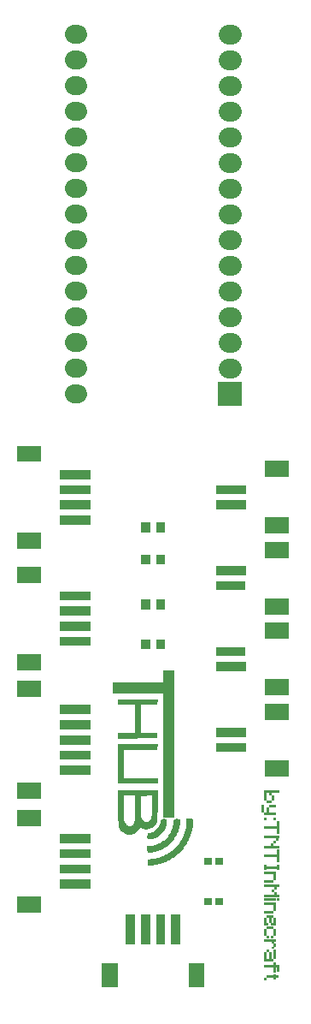
<source format=gts>
G04 Layer: TopSolderMaskLayer*
G04 EasyEDA v6.4.25, 2021-11-07T18:49:49+08:00*
G04 d23bd0d7be1842068ba5471e3ed9ef93,bf42d0b733a240ea811a95ecb7acc88b,10*
G04 Gerber Generator version 0.2*
G04 Scale: 100 percent, Rotated: No, Reflected: No *
G04 Dimensions in millimeters *
G04 leading zeros omitted , absolute positions ,4 integer and 5 decimal *
%FSLAX45Y45*%
%MOMM*%

%ADD26C,1.9812*%
%ADD27C,1.9032*%
%ADD28R,3.0016X0.9016*%
%ADD31R,1.6016X2.4016*%

%LPD*%
G36*
X2300935Y3484727D02*
G01*
X2300935Y3372612D01*
X1799996Y3372612D01*
X1799996Y3260445D01*
X2300935Y3260445D01*
X2300935Y2034235D01*
X2413101Y2034235D01*
X2413101Y3484727D01*
G37*
G36*
X1852320Y3200603D02*
G01*
X1852320Y3148279D01*
X2024278Y3148279D01*
X2024278Y2872130D01*
X1856079Y2867914D01*
X1851406Y2811576D01*
X2244852Y2815590D01*
X2244852Y2867914D01*
X2076653Y2872130D01*
X2076653Y3147822D01*
X2244852Y3152038D01*
X2249525Y3200603D01*
G37*
G36*
X1852320Y2759506D02*
G01*
X1852320Y2370683D01*
X2248611Y2370683D01*
X2248611Y2423058D01*
X1912162Y2423058D01*
X1912162Y2699410D01*
X2244852Y2703423D01*
X2249525Y2759506D01*
G37*
G36*
X1851355Y2303424D02*
G01*
X1852039Y2251100D01*
X2025243Y2251100D01*
X2023028Y2127554D01*
X2080361Y2127554D01*
X2080361Y2247341D01*
X2188768Y2251710D01*
X2188616Y2107539D01*
X2188260Y2087676D01*
X2187651Y2071268D01*
X2186736Y2057755D01*
X2185466Y2046681D01*
X2183790Y2037537D01*
X2181606Y2029764D01*
X2178862Y2022906D01*
X2175560Y2016455D01*
X2169160Y2006244D01*
X2165045Y2000707D01*
X2161082Y1996490D01*
X2157018Y1993493D01*
X2152599Y1991563D01*
X2147671Y1990547D01*
X2141931Y1990343D01*
X2135124Y1990801D01*
X2129536Y1991664D01*
X2124049Y1993188D01*
X2118766Y1995271D01*
X2113737Y1997913D01*
X2108911Y2001164D01*
X2104339Y2004974D01*
X2100072Y2009343D01*
X2096058Y2014220D01*
X2092198Y2019807D01*
X2088997Y2025548D01*
X2086406Y2031949D01*
X2084425Y2039569D01*
X2082901Y2048916D01*
X2081784Y2060600D01*
X2081072Y2075129D01*
X2080361Y2127554D01*
X2023028Y2127554D01*
X2021535Y2059228D01*
X2020011Y2025700D01*
X2019046Y2013102D01*
X2017775Y2002789D01*
X2016302Y1994357D01*
X2014423Y1987448D01*
X2012238Y1981606D01*
X2009597Y1976526D01*
X2006549Y1971751D01*
X2000453Y1964029D01*
X1995932Y1959406D01*
X1991258Y1955596D01*
X1986483Y1952498D01*
X1981657Y1950161D01*
X1976780Y1948586D01*
X1971802Y1947722D01*
X1966823Y1947621D01*
X1961896Y1948281D01*
X1956968Y1949704D01*
X1952091Y1951837D01*
X1947265Y1954733D01*
X1942592Y1958339D01*
X1937969Y1962708D01*
X1933549Y1967839D01*
X1927352Y1976577D01*
X1923897Y1982165D01*
X1921002Y1987804D01*
X1918665Y1993849D01*
X1916734Y2000757D01*
X1915261Y2008987D01*
X1914143Y2019046D01*
X1913280Y2031238D01*
X1912721Y2046071D01*
X1912213Y2085390D01*
X1912162Y2251100D01*
X1852039Y2251100D01*
X1854250Y2081936D01*
X1855012Y2038197D01*
X1856130Y2002637D01*
X1856892Y1987550D01*
X1857857Y1974088D01*
X1858975Y1962150D01*
X1860397Y1951583D01*
X1862074Y1942185D01*
X1864055Y1933956D01*
X1866442Y1926640D01*
X1869135Y1920138D01*
X1872284Y1914347D01*
X1875840Y1909064D01*
X1879854Y1904238D01*
X1884425Y1899716D01*
X1889506Y1895297D01*
X1901443Y1886407D01*
X1916988Y1875993D01*
X1922119Y1873199D01*
X1927352Y1870760D01*
X1932736Y1868678D01*
X1938223Y1866950D01*
X1943811Y1865528D01*
X1949500Y1864461D01*
X1955241Y1863699D01*
X1966823Y1863140D01*
X1978507Y1863902D01*
X1984349Y1864715D01*
X1995830Y1867306D01*
X2001520Y1869033D01*
X2007107Y1871065D01*
X2012594Y1873402D01*
X2017928Y1875993D01*
X2023160Y1878888D01*
X2028240Y1882089D01*
X2033168Y1885543D01*
X2037892Y1889252D01*
X2042464Y1893214D01*
X2046782Y1897481D01*
X2050846Y1902002D01*
X2054707Y1906778D01*
X2063343Y1919274D01*
X2067509Y1924761D01*
X2071166Y1928469D01*
X2074672Y1930450D01*
X2078380Y1930857D01*
X2082800Y1929892D01*
X2088235Y1927555D01*
X2099564Y1921916D01*
X2104186Y1920036D01*
X2108860Y1918512D01*
X2113686Y1917242D01*
X2118563Y1916328D01*
X2123490Y1915668D01*
X2128469Y1915312D01*
X2133549Y1915261D01*
X2143760Y1916023D01*
X2154072Y1917903D01*
X2159203Y1919224D01*
X2169464Y1922729D01*
X2179574Y1927250D01*
X2189530Y1932838D01*
X2199132Y1939391D01*
X2203856Y1943049D01*
X2212898Y1951075D01*
X2217267Y1955393D01*
X2225548Y1964791D01*
X2230932Y1971852D01*
X2233574Y1975916D01*
X2235911Y1980285D01*
X2237892Y1985264D01*
X2239619Y1991055D01*
X2241092Y1998065D01*
X2242312Y2006549D01*
X2243378Y2016810D01*
X2244242Y2029104D01*
X2245614Y2061108D01*
X2246630Y2104898D01*
X2249932Y2303424D01*
G37*
G36*
X2309266Y2019300D02*
G01*
X2300020Y2019198D01*
X2292908Y2018690D01*
X2287524Y2017471D01*
X2283612Y2015286D01*
X2280716Y2011883D01*
X2278583Y2006904D01*
X2276805Y2000148D01*
X2273655Y1985060D01*
X2271623Y1978202D01*
X2268982Y1970836D01*
X2265883Y1963318D01*
X2262479Y1955749D01*
X2258771Y1948434D01*
X2254910Y1941575D01*
X2250998Y1935429D01*
X2248001Y1931365D01*
X2244547Y1927250D01*
X2236470Y1919020D01*
X2227224Y1910943D01*
X2217064Y1903272D01*
X2206345Y1896211D01*
X2195423Y1889963D01*
X2184603Y1884680D01*
X2174290Y1880717D01*
X2169464Y1879244D01*
X2164842Y1878126D01*
X2160524Y1877466D01*
X2153208Y1876907D01*
X2150465Y1875789D01*
X2148281Y1873859D01*
X2146604Y1870913D01*
X2145334Y1866950D01*
X2144522Y1861718D01*
X2144064Y1855216D01*
X2143912Y1847342D01*
X2144014Y1838198D01*
X2144471Y1831136D01*
X2145436Y1825853D01*
X2147011Y1822145D01*
X2149500Y1819706D01*
X2152954Y1818233D01*
X2157628Y1817573D01*
X2168906Y1817522D01*
X2179523Y1818436D01*
X2190140Y1820214D01*
X2200706Y1822856D01*
X2211171Y1826209D01*
X2221484Y1830374D01*
X2231644Y1835200D01*
X2241600Y1840738D01*
X2251303Y1846834D01*
X2260701Y1853590D01*
X2269744Y1860854D01*
X2278430Y1868576D01*
X2286660Y1876806D01*
X2294483Y1885442D01*
X2301798Y1894484D01*
X2308555Y1903831D01*
X2314702Y1913483D01*
X2320239Y1923389D01*
X2325116Y1933549D01*
X2329332Y1943811D01*
X2332736Y1954275D01*
X2335377Y1964791D01*
X2337206Y1975357D01*
X2338120Y1985975D01*
X2338222Y2000402D01*
X2337765Y2007311D01*
X2336647Y2012238D01*
X2334514Y2015642D01*
X2331008Y2017725D01*
X2325878Y2018792D01*
X2318715Y2019249D01*
G37*
G36*
X2434285Y2019300D02*
G01*
X2425395Y2019198D01*
X2418537Y2018741D01*
X2413508Y2017775D01*
X2409952Y2015998D01*
X2407666Y2013356D01*
X2406345Y2009546D01*
X2405735Y2004364D01*
X2405481Y1994306D01*
X2404414Y1985365D01*
X2402433Y1974189D01*
X2399741Y1961438D01*
X2396337Y1947773D01*
X2392527Y1933854D01*
X2388666Y1921459D01*
X2384602Y1910435D01*
X2379929Y1899615D01*
X2374696Y1888998D01*
X2368905Y1878634D01*
X2362606Y1868525D01*
X2355850Y1858670D01*
X2348585Y1849120D01*
X2340864Y1839874D01*
X2332736Y1830984D01*
X2324201Y1822450D01*
X2315311Y1814271D01*
X2306066Y1806549D01*
X2296515Y1799183D01*
X2286609Y1792274D01*
X2276500Y1785874D01*
X2266086Y1779879D01*
X2255469Y1774443D01*
X2244648Y1769516D01*
X2233676Y1765096D01*
X2222550Y1761286D01*
X2211273Y1758035D01*
X2199894Y1755393D01*
X2188464Y1753412D01*
X2143912Y1748028D01*
X2144115Y1702968D01*
X2144522Y1697989D01*
X2145284Y1693773D01*
X2146452Y1690319D01*
X2148128Y1687626D01*
X2150516Y1685594D01*
X2153615Y1684274D01*
X2157526Y1683562D01*
X2162403Y1683461D01*
X2168296Y1683969D01*
X2183688Y1686560D01*
X2204415Y1691182D01*
X2223871Y1695805D01*
X2236978Y1699260D01*
X2249322Y1702968D01*
X2261108Y1706930D01*
X2272334Y1711248D01*
X2283104Y1715973D01*
X2293569Y1721104D01*
X2303780Y1726742D01*
X2313787Y1732940D01*
X2323744Y1739696D01*
X2333701Y1747062D01*
X2343810Y1755139D01*
X2354072Y1763928D01*
X2364638Y1773529D01*
X2374544Y1783029D01*
X2383282Y1792071D01*
X2391664Y1801469D01*
X2399741Y1811274D01*
X2407462Y1821383D01*
X2414778Y1831695D01*
X2421636Y1842312D01*
X2428138Y1853031D01*
X2434132Y1863902D01*
X2439619Y1874824D01*
X2444648Y1885848D01*
X2449068Y1896821D01*
X2452979Y1907743D01*
X2456281Y1918563D01*
X2458974Y1929231D01*
X2461056Y1939747D01*
X2465933Y1973021D01*
X2469489Y1993900D01*
X2470353Y2000351D01*
X2470302Y2006396D01*
X2469438Y2011324D01*
X2467762Y2014474D01*
X2463647Y2016353D01*
X2455926Y2017877D01*
X2445766Y2018893D01*
G37*
G36*
X2532735Y2019300D02*
G01*
X2532634Y1981911D01*
X2531922Y1970532D01*
X2530551Y1958339D01*
X2528519Y1945538D01*
X2525928Y1932228D01*
X2522829Y1918614D01*
X2519172Y1904847D01*
X2515108Y1891131D01*
X2510637Y1877517D01*
X2505760Y1864258D01*
X2500579Y1851507D01*
X2495092Y1839417D01*
X2489504Y1828342D01*
X2483764Y1817878D01*
X2477668Y1807565D01*
X2471267Y1797507D01*
X2464511Y1787601D01*
X2457500Y1777949D01*
X2450185Y1768551D01*
X2442565Y1759356D01*
X2434691Y1750364D01*
X2426563Y1741678D01*
X2418130Y1733194D01*
X2409494Y1725015D01*
X2400604Y1717039D01*
X2391460Y1709369D01*
X2382113Y1702003D01*
X2372563Y1694891D01*
X2362809Y1688084D01*
X2352852Y1681530D01*
X2342743Y1675333D01*
X2332431Y1669440D01*
X2321966Y1663852D01*
X2311298Y1658569D01*
X2300528Y1653590D01*
X2289606Y1649018D01*
X2278583Y1644751D01*
X2267407Y1640839D01*
X2256129Y1637233D01*
X2244750Y1634032D01*
X2233269Y1631238D01*
X2221738Y1628749D01*
X2210104Y1626666D01*
X2198370Y1624990D01*
X2147671Y1619300D01*
X2144725Y1577594D01*
X2144572Y1569974D01*
X2145030Y1564335D01*
X2146300Y1560423D01*
X2148484Y1557934D01*
X2151837Y1556512D01*
X2156460Y1555902D01*
X2165654Y1555851D01*
X2174595Y1556664D01*
X2186432Y1558239D01*
X2200351Y1560372D01*
X2215642Y1563014D01*
X2239568Y1567586D01*
X2251862Y1570329D01*
X2264105Y1573428D01*
X2276195Y1576832D01*
X2288184Y1580642D01*
X2300071Y1584756D01*
X2311857Y1589227D01*
X2323439Y1594002D01*
X2334920Y1599133D01*
X2346248Y1604568D01*
X2357424Y1610309D01*
X2368448Y1616354D01*
X2379268Y1622704D01*
X2389886Y1629359D01*
X2400350Y1636318D01*
X2410612Y1643532D01*
X2420670Y1651000D01*
X2430526Y1658772D01*
X2440127Y1666748D01*
X2449474Y1675028D01*
X2458618Y1683562D01*
X2467508Y1692351D01*
X2476195Y1701342D01*
X2484577Y1710588D01*
X2492654Y1720037D01*
X2500477Y1729689D01*
X2508046Y1739595D01*
X2515260Y1749704D01*
X2522220Y1760016D01*
X2528874Y1770532D01*
X2535174Y1781200D01*
X2541168Y1792071D01*
X2546858Y1803095D01*
X2552395Y1814830D01*
X2557780Y1826971D01*
X2562910Y1839417D01*
X2567838Y1852066D01*
X2572461Y1864918D01*
X2576830Y1877872D01*
X2580894Y1890826D01*
X2584602Y1903679D01*
X2587955Y1916430D01*
X2590952Y1928926D01*
X2593543Y1941118D01*
X2595727Y1952955D01*
X2597454Y1964334D01*
X2598775Y1975205D01*
X2599588Y1985467D01*
X2599893Y1995017D01*
X2599842Y2002891D01*
X2599334Y2008835D01*
X2598013Y2013153D01*
X2595524Y2016099D01*
X2591511Y2017877D01*
X2585516Y2018842D01*
X2577287Y2019249D01*
G37*
G36*
X3302000Y2298700D02*
G01*
X3302000Y2197100D01*
X3327400Y2197100D01*
X3327400Y2273300D01*
X3352800Y2273300D01*
X3352800Y2247900D01*
X3378200Y2247900D01*
X3378200Y2273300D01*
X3454400Y2273300D01*
X3454400Y2298700D01*
G37*
G36*
X3378200Y2247900D02*
G01*
X3378200Y2197100D01*
X3403600Y2197100D01*
X3403600Y2247900D01*
G37*
G36*
X3327400Y2197100D02*
G01*
X3327400Y2171700D01*
X3378200Y2171700D01*
X3378200Y2197100D01*
G37*
G36*
X3352800Y2159000D02*
G01*
X3352800Y2133600D01*
X3416300Y2133600D01*
X3416300Y2159000D01*
G37*
G36*
X3276600Y2159000D02*
G01*
X3276600Y2082800D01*
X3302000Y2082800D01*
X3302000Y2159000D01*
G37*
G36*
X3327400Y2133600D02*
G01*
X3327400Y2082800D01*
X3302000Y2082800D01*
X3302000Y2057400D01*
X3416300Y2057400D01*
X3416300Y2082800D01*
X3352800Y2082800D01*
X3352800Y2133600D01*
G37*
G36*
X3390900Y2032000D02*
G01*
X3390900Y2006600D01*
X3416300Y2006600D01*
X3416300Y2032000D01*
G37*
G36*
X3302000Y2032000D02*
G01*
X3302000Y2006600D01*
X3327400Y2006600D01*
X3327400Y2032000D01*
G37*
G36*
X3429000Y1993900D02*
G01*
X3429000Y1943100D01*
X3302000Y1943100D01*
X3302000Y1917700D01*
X3429000Y1917700D01*
X3429000Y1866900D01*
X3454400Y1866900D01*
X3454400Y1993900D01*
G37*
G36*
X3302000Y1854200D02*
G01*
X3302000Y1828800D01*
X3416300Y1828800D01*
X3416300Y1803400D01*
X3390900Y1803400D01*
X3390900Y1778000D01*
X3416300Y1778000D01*
X3416300Y1803400D01*
X3441700Y1803400D01*
X3441700Y1828800D01*
X3454400Y1828800D01*
X3454400Y1854200D01*
G37*
G36*
X3365500Y1778000D02*
G01*
X3365500Y1752600D01*
X3302000Y1752600D01*
X3302000Y1727200D01*
X3454400Y1727200D01*
X3454400Y1752600D01*
X3390900Y1752600D01*
X3390900Y1778000D01*
G37*
G36*
X3429000Y1714500D02*
G01*
X3429000Y1663700D01*
X3302000Y1663700D01*
X3302000Y1638300D01*
X3429000Y1638300D01*
X3429000Y1587500D01*
X3454400Y1587500D01*
X3454400Y1714500D01*
G37*
G36*
X3302000Y1562100D02*
G01*
X3302000Y1511300D01*
X3327400Y1511300D01*
X3327400Y1524000D01*
X3429000Y1524000D01*
X3429000Y1511300D01*
X3454400Y1511300D01*
X3454400Y1562100D01*
X3429000Y1562100D01*
X3429000Y1549400D01*
X3327400Y1549400D01*
X3327400Y1562100D01*
G37*
G36*
X3302000Y1498600D02*
G01*
X3302000Y1473200D01*
X3390900Y1473200D01*
X3390900Y1409700D01*
X3416300Y1409700D01*
X3416300Y1498600D01*
G37*
G36*
X3302000Y1409700D02*
G01*
X3302000Y1384300D01*
X3390900Y1384300D01*
X3390900Y1409700D01*
G37*
G36*
X3302000Y1371600D02*
G01*
X3302000Y1346200D01*
X3403600Y1346200D01*
X3403600Y1320800D01*
X3429000Y1320800D01*
X3429000Y1346200D01*
X3454400Y1346200D01*
X3454400Y1371600D01*
G37*
G36*
X3378200Y1320800D02*
G01*
X3378200Y1295400D01*
X3403600Y1295400D01*
X3403600Y1270000D01*
X3302000Y1270000D01*
X3302000Y1244600D01*
X3454400Y1244600D01*
X3454400Y1270000D01*
X3429000Y1270000D01*
X3429000Y1295400D01*
X3403600Y1295400D01*
X3403600Y1320800D01*
G37*
G36*
X3429000Y1231900D02*
G01*
X3429000Y1206500D01*
X3454400Y1206500D01*
X3454400Y1231900D01*
G37*
G36*
X3302000Y1231900D02*
G01*
X3302000Y1206500D01*
X3416300Y1206500D01*
X3416300Y1231900D01*
G37*
G36*
X3302000Y1193800D02*
G01*
X3302000Y1168400D01*
X3390900Y1168400D01*
X3390900Y1104900D01*
X3416300Y1104900D01*
X3416300Y1193800D01*
G37*
G36*
X3302000Y1104900D02*
G01*
X3302000Y1079500D01*
X3390900Y1079500D01*
X3390900Y1104900D01*
G37*
G36*
X3327400Y1066800D02*
G01*
X3327400Y1041400D01*
X3390900Y1041400D01*
X3390900Y990600D01*
X3378200Y990600D01*
X3378200Y1041400D01*
X3352800Y1041400D01*
X3352800Y990600D01*
X3365500Y990600D01*
X3365500Y965200D01*
X3416300Y965200D01*
X3416300Y1041400D01*
X3390900Y1041400D01*
X3390900Y1066800D01*
G37*
G36*
X3302000Y1041400D02*
G01*
X3302000Y965200D01*
X3340100Y965200D01*
X3340100Y990600D01*
X3327400Y990600D01*
X3327400Y1041400D01*
G37*
G36*
X3327400Y952500D02*
G01*
X3327400Y927100D01*
X3390900Y927100D01*
X3390900Y952500D01*
G37*
G36*
X3390900Y927100D02*
G01*
X3390900Y863600D01*
X3416300Y863600D01*
X3416300Y927100D01*
G37*
G36*
X3302000Y927100D02*
G01*
X3302000Y863600D01*
X3327400Y863600D01*
X3327400Y927100D01*
G37*
G36*
X3365500Y863600D02*
G01*
X3365500Y838200D01*
X3390900Y838200D01*
X3390900Y863600D01*
G37*
G36*
X3327400Y863600D02*
G01*
X3327400Y838200D01*
X3352800Y838200D01*
X3352800Y863600D01*
G37*
G36*
X3302000Y825500D02*
G01*
X3302000Y800100D01*
X3378200Y800100D01*
X3378200Y787400D01*
X3390900Y787400D01*
X3390900Y749300D01*
X3378200Y749300D01*
X3378200Y736600D01*
X3403600Y736600D01*
X3403600Y749300D01*
X3416300Y749300D01*
X3416300Y787400D01*
X3403600Y787400D01*
X3403600Y800100D01*
X3416300Y800100D01*
X3416300Y825500D01*
G37*
G36*
X3390900Y723900D02*
G01*
X3390900Y635000D01*
X3416300Y635000D01*
X3416300Y723900D01*
G37*
G36*
X3327400Y723900D02*
G01*
X3327400Y698500D01*
X3352800Y698500D01*
X3352800Y635000D01*
X3327400Y635000D01*
X3327400Y698500D01*
X3302000Y698500D01*
X3302000Y609600D01*
X3390900Y609600D01*
X3390900Y635000D01*
X3378200Y635000D01*
X3378200Y698500D01*
X3352800Y698500D01*
X3352800Y723900D01*
G37*
G36*
X3390900Y596900D02*
G01*
X3390900Y571500D01*
X3302000Y571500D01*
X3302000Y546100D01*
X3390900Y546100D01*
X3390900Y495300D01*
X3416300Y495300D01*
X3416300Y546100D01*
X3429000Y546100D01*
X3429000Y508000D01*
X3454400Y508000D01*
X3454400Y571500D01*
X3416300Y571500D01*
X3416300Y596900D01*
G37*
G36*
X3390900Y482600D02*
G01*
X3390900Y469900D01*
X3327400Y469900D01*
X3327400Y444500D01*
X3390900Y444500D01*
X3390900Y431800D01*
X3416300Y431800D01*
X3416300Y444500D01*
X3441700Y444500D01*
X3441700Y469900D01*
X3416300Y469900D01*
X3416300Y482600D01*
G37*
G36*
X3302000Y444500D02*
G01*
X3302000Y419100D01*
X3327400Y419100D01*
X3327400Y444500D01*
G37*
D26*
X2945894Y6476009D02*
G01*
X2978096Y6476009D01*
X2945894Y6730009D02*
G01*
X2978096Y6730009D01*
X2945894Y6984009D02*
G01*
X2978096Y6984009D01*
X2945894Y7238009D02*
G01*
X2978096Y7238009D01*
X2945894Y7492009D02*
G01*
X2978096Y7492009D01*
X2945894Y7746009D02*
G01*
X2978096Y7746009D01*
X2945894Y8000009D02*
G01*
X2978096Y8000009D01*
X2945894Y8254009D02*
G01*
X2978096Y8254009D01*
X2945894Y8508009D02*
G01*
X2978096Y8508009D01*
X2945894Y8762009D02*
G01*
X2978096Y8762009D01*
X2945894Y9016009D02*
G01*
X2978096Y9016009D01*
X2945894Y9270009D02*
G01*
X2978096Y9270009D01*
X2945894Y9524009D02*
G01*
X2978096Y9524009D01*
X2945894Y9778009D02*
G01*
X2978096Y9778009D01*
D27*
X1417995Y6222009D02*
G01*
X1457995Y6222009D01*
X1417995Y6476009D02*
G01*
X1457995Y6476009D01*
X1417995Y6730009D02*
G01*
X1457995Y6730009D01*
X1417995Y6984009D02*
G01*
X1457995Y6984009D01*
X1417995Y7238009D02*
G01*
X1457995Y7238009D01*
X1417995Y7492009D02*
G01*
X1457995Y7492009D01*
X1417995Y7746009D02*
G01*
X1457995Y7746009D01*
X1417995Y8000009D02*
G01*
X1457995Y8000009D01*
X1417995Y8254009D02*
G01*
X1457995Y8254009D01*
X1417995Y8508009D02*
G01*
X1457995Y8508009D01*
X1417995Y8762009D02*
G01*
X1457995Y8762009D01*
X1417995Y9016009D02*
G01*
X1457995Y9016009D01*
X1417995Y9270009D02*
G01*
X1457995Y9270009D01*
X1417995Y9524009D02*
G01*
X1457995Y9524009D01*
X1417995Y9778009D02*
G01*
X1457995Y9778009D01*
G36*
X1277365Y1780031D02*
G01*
X1277365Y1869947D01*
X1577594Y1869947D01*
X1577594Y1780031D01*
G37*
G36*
X1277365Y1629918D02*
G01*
X1277365Y1720087D01*
X1577594Y1720087D01*
X1577594Y1629918D01*
G37*
G36*
X1277365Y1479804D02*
G01*
X1277365Y1569973D01*
X1577594Y1569973D01*
X1577594Y1479804D01*
G37*
G36*
X852423Y1089913D02*
G01*
X852423Y1250187D01*
X1092454Y1250187D01*
X1092454Y1089913D01*
G37*
G36*
X852423Y1949957D02*
G01*
X852423Y2109978D01*
X1092454Y2109978D01*
X1092454Y1949957D01*
G37*
G36*
X1277365Y1329944D02*
G01*
X1277365Y1420113D01*
X1577594Y1420113D01*
X1577594Y1329944D01*
G37*
G36*
X1277365Y4179823D02*
G01*
X1277365Y4269994D01*
X1577594Y4269994D01*
X1577594Y4179823D01*
G37*
G36*
X1277365Y4029963D02*
G01*
X1277365Y4120134D01*
X1577594Y4120134D01*
X1577594Y4029963D01*
G37*
G36*
X1277365Y3879850D02*
G01*
X1277365Y3970020D01*
X1577594Y3970020D01*
X1577594Y3879850D01*
G37*
G36*
X852423Y3489960D02*
G01*
X852423Y3649979D01*
X1092454Y3649979D01*
X1092454Y3489960D01*
G37*
G36*
X852423Y4350004D02*
G01*
X852423Y4510023D01*
X1092454Y4510023D01*
X1092454Y4350004D01*
G37*
G36*
X1277365Y3729989D02*
G01*
X1277365Y3820160D01*
X1577594Y3820160D01*
X1577594Y3729989D01*
G37*
G36*
X1277365Y5379973D02*
G01*
X1277365Y5470144D01*
X1577594Y5470144D01*
X1577594Y5379973D01*
G37*
G36*
X1277365Y5229860D02*
G01*
X1277365Y5320029D01*
X1577594Y5320029D01*
X1577594Y5229860D01*
G37*
G36*
X1277365Y5080000D02*
G01*
X1277365Y5170170D01*
X1577594Y5170170D01*
X1577594Y5080000D01*
G37*
G36*
X852423Y4689855D02*
G01*
X852423Y4850129D01*
X1092454Y4850129D01*
X1092454Y4689855D01*
G37*
G36*
X852423Y5549900D02*
G01*
X852423Y5710173D01*
X1092454Y5710173D01*
X1092454Y5549900D01*
G37*
G36*
X1277365Y4929886D02*
G01*
X1277365Y5020055D01*
X1577594Y5020055D01*
X1577594Y4929886D01*
G37*
G36*
X1929892Y777494D02*
G01*
X1929892Y1077468D01*
X2020061Y1077468D01*
X2020061Y777494D01*
G37*
G36*
X2080006Y777494D02*
G01*
X2080006Y1077468D01*
X2170175Y1077468D01*
X2170175Y777494D01*
G37*
G36*
X2229865Y777494D02*
G01*
X2229865Y1077468D01*
X2320036Y1077468D01*
X2320036Y777494D01*
G37*
D31*
G01*
X2629992Y472490D03*
G36*
X1689862Y352297D02*
G01*
X1689862Y592581D01*
X1850136Y592581D01*
X1850136Y352297D01*
G37*
G36*
X2379979Y777494D02*
G01*
X2379979Y1077468D01*
X2470150Y1077468D01*
X2470150Y777494D01*
G37*
G36*
X1277365Y3054857D02*
G01*
X1277365Y3145028D01*
X1577594Y3145028D01*
X1577594Y3054857D01*
G37*
G36*
X1277365Y2904997D02*
G01*
X1277365Y2995168D01*
X1577594Y2995168D01*
X1577594Y2904997D01*
G37*
G36*
X1277365Y2754884D02*
G01*
X1277365Y2845054D01*
X1577594Y2845054D01*
X1577594Y2754884D01*
G37*
G36*
X1277365Y2605023D02*
G01*
X1277365Y2695194D01*
X1577594Y2695194D01*
X1577594Y2605023D01*
G37*
G36*
X1277365Y2454910D02*
G01*
X1277365Y2545079D01*
X1577594Y2545079D01*
X1577594Y2454910D01*
G37*
G36*
X852423Y2214879D02*
G01*
X852423Y2375154D01*
X1092454Y2375154D01*
X1092454Y2214879D01*
G37*
G36*
X852423Y3225037D02*
G01*
X852423Y3385057D01*
X1092454Y3385057D01*
X1092454Y3225037D01*
G37*
G36*
X2822447Y2679954D02*
G01*
X2822447Y2770123D01*
X3122675Y2770123D01*
X3122675Y2679954D01*
G37*
G36*
X2822447Y2829813D02*
G01*
X2822447Y2919984D01*
X3122675Y2919984D01*
X3122675Y2829813D01*
G37*
G36*
X3307334Y2439923D02*
G01*
X3307334Y2600197D01*
X3547618Y2600197D01*
X3547618Y2439923D01*
G37*
G36*
X3307334Y2999994D02*
G01*
X3307334Y3160013D01*
X3547618Y3160013D01*
X3547618Y2999994D01*
G37*
G36*
X2822447Y5080000D02*
G01*
X2822447Y5170170D01*
X3122675Y5170170D01*
X3122675Y5080000D01*
G37*
G36*
X2822447Y5229860D02*
G01*
X2822447Y5320029D01*
X3122675Y5320029D01*
X3122675Y5229860D01*
G37*
G36*
X3307334Y4839970D02*
G01*
X3307334Y4999989D01*
X3547618Y4999989D01*
X3547618Y4839970D01*
G37*
G36*
X3307334Y5400039D02*
G01*
X3307334Y5560060D01*
X3547618Y5560060D01*
X3547618Y5400039D01*
G37*
D28*
G01*
X2972511Y4325010D03*
G36*
X2822447Y4430013D02*
G01*
X2822447Y4520184D01*
X3122675Y4520184D01*
X3122675Y4430013D01*
G37*
G36*
X3307334Y4039870D02*
G01*
X3307334Y4200144D01*
X3547618Y4200144D01*
X3547618Y4039870D01*
G37*
G36*
X3307334Y4599939D02*
G01*
X3307334Y4759960D01*
X3547618Y4759960D01*
X3547618Y4599939D01*
G37*
G36*
X2822447Y3479800D02*
G01*
X2822447Y3569970D01*
X3122675Y3569970D01*
X3122675Y3479800D01*
G37*
G01*
X2972511Y3674998D03*
G36*
X3307334Y3240023D02*
G01*
X3307334Y3400044D01*
X3547618Y3400044D01*
X3547618Y3240023D01*
G37*
G36*
X3307334Y3799839D02*
G01*
X3307334Y3960113D01*
X3547618Y3960113D01*
X3547618Y3799839D01*
G37*
G36*
X2816859Y1567942D02*
G01*
X2816859Y1632204D01*
X2890774Y1632204D01*
X2890774Y1567942D01*
G37*
G36*
X2709163Y1567942D02*
G01*
X2709163Y1632204D01*
X2783077Y1632204D01*
X2783077Y1567942D01*
G37*
G36*
X2816859Y1167892D02*
G01*
X2816859Y1232154D01*
X2890774Y1232154D01*
X2890774Y1167892D01*
G37*
G36*
X2709163Y1167892D02*
G01*
X2709163Y1232154D01*
X2783077Y1232154D01*
X2783077Y1167892D01*
G37*
G36*
X2229865Y4853939D02*
G01*
X2229865Y4950460D01*
X2320797Y4950460D01*
X2320797Y4853939D01*
G37*
G36*
X2079243Y4853939D02*
G01*
X2079243Y4950460D01*
X2170175Y4950460D01*
X2170175Y4853939D01*
G37*
G36*
X2229865Y4536439D02*
G01*
X2229865Y4632960D01*
X2320797Y4632960D01*
X2320797Y4536439D01*
G37*
G36*
X2079243Y4536439D02*
G01*
X2079243Y4632960D01*
X2170175Y4632960D01*
X2170175Y4536439D01*
G37*
G36*
X2229865Y4091939D02*
G01*
X2229865Y4188460D01*
X2320797Y4188460D01*
X2320797Y4091939D01*
G37*
G36*
X2079243Y4091939D02*
G01*
X2079243Y4188460D01*
X2170175Y4188460D01*
X2170175Y4091939D01*
G37*
G36*
X2229865Y3698239D02*
G01*
X2229865Y3794760D01*
X2320797Y3794760D01*
X2320797Y3698239D01*
G37*
G36*
X2079243Y3698239D02*
G01*
X2079243Y3794760D01*
X2170175Y3794760D01*
X2170175Y3698239D01*
G37*
G36*
X2846831Y6106921D02*
G01*
X2846831Y6337045D01*
X3077209Y6337045D01*
X3077209Y6106921D01*
G37*
M02*

</source>
